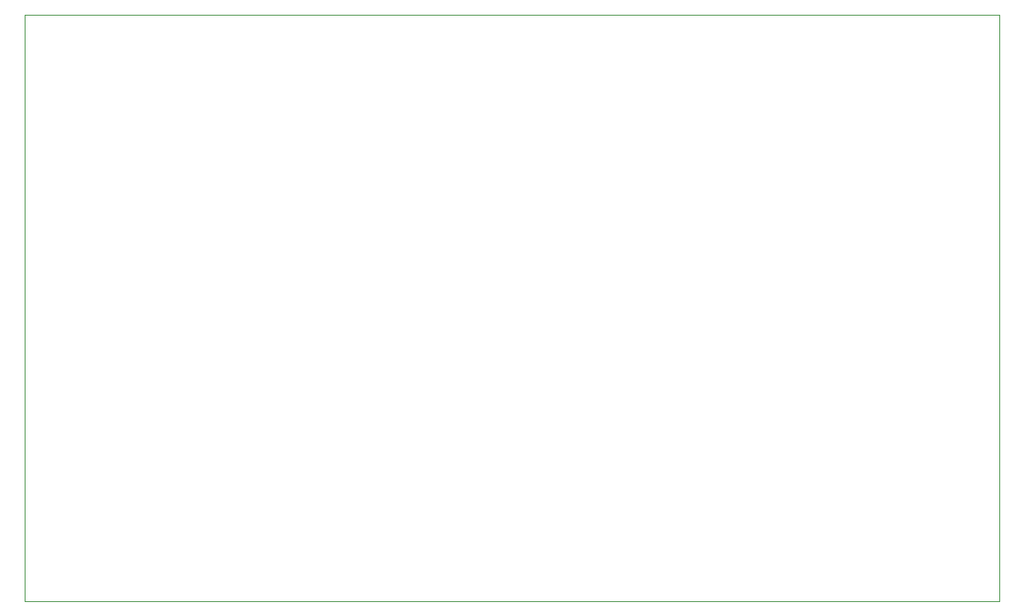
<source format=gbr>
G04 #@! TF.GenerationSoftware,KiCad,Pcbnew,(5.1.8-0-10_14)*
G04 #@! TF.CreationDate,2020-11-13T17:01:48+01:00*
G04 #@! TF.ProjectId,input-sel-v1,696e7075-742d-4736-956c-2d76312e6b69,rev?*
G04 #@! TF.SameCoordinates,Original*
G04 #@! TF.FileFunction,Profile,NP*
%FSLAX46Y46*%
G04 Gerber Fmt 4.6, Leading zero omitted, Abs format (unit mm)*
G04 Created by KiCad (PCBNEW (5.1.8-0-10_14)) date 2020-11-13 17:01:48*
%MOMM*%
%LPD*%
G01*
G04 APERTURE LIST*
G04 #@! TA.AperFunction,Profile*
%ADD10C,0.050000*%
G04 #@! TD*
G04 APERTURE END LIST*
D10*
X114300000Y-108585000D02*
X114300000Y-104140000D01*
X214630000Y-108585000D02*
X114300000Y-108585000D01*
X214630000Y-104140000D02*
X214630000Y-108585000D01*
X114300000Y-104140000D02*
X114300000Y-48260000D01*
X214630000Y-48260000D02*
X214630000Y-104140000D01*
X114300000Y-48260000D02*
X214630000Y-48260000D01*
M02*

</source>
